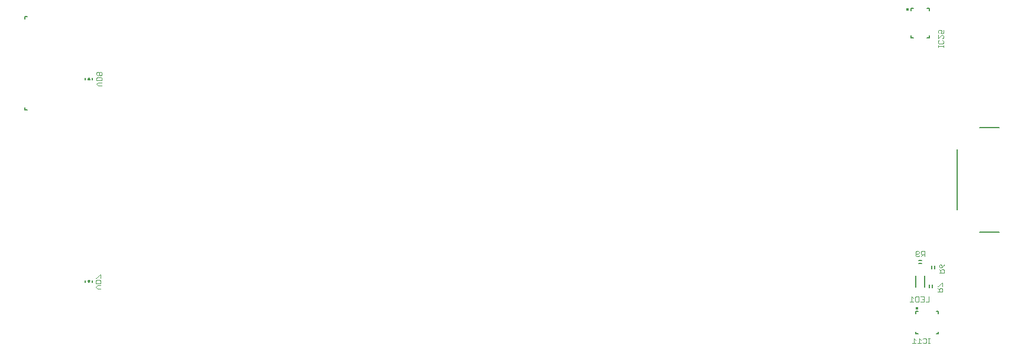
<source format=gbr>
G04 This is an RS-274x file exported by *
G04 gerbv version 2.6.1 *
G04 More information is available about gerbv at *
G04 http://gerbv.geda-project.org/ *
G04 --End of header info--*
%MOIN*%
%FSLAX34Y34*%
%IPPOS*%
G04 --Define apertures--*
%ADD10C,0.0050*%
%ADD11C,0.0030*%
%ADD12C,0.0158*%
G04 --Start main section--*
G54D10*
G01X0008540Y0009505D02*
G01X0008540Y0009605D01*
G01X0008690Y0009605D02*
G01X0008790Y0009605D01*
G01X0008790Y0009605D02*
G01X0008740Y0009505D01*
G01X0008740Y0009505D02*
G01X0008690Y0009605D01*
G01X0008940Y0009605D02*
G01X0008940Y0009505D01*
G01X0005256Y0019240D02*
G01X0005138Y0019240D01*
G01X0005138Y0019240D02*
G01X0005138Y0019358D01*
G01X0008540Y0020922D02*
G01X0008540Y0021022D01*
G01X0008690Y0020922D02*
G01X0008740Y0021022D01*
G01X0008740Y0021022D02*
G01X0008790Y0020922D01*
G01X0008790Y0020922D02*
G01X0008690Y0020922D01*
G01X0008940Y0020922D02*
G01X0008940Y0021022D01*
G01X0005138Y0024358D02*
G01X0005138Y0024476D01*
G01X0005138Y0024476D02*
G01X0005256Y0024476D01*
G01X0055078Y0024830D02*
G01X0055078Y0024948D01*
G01X0055078Y0024948D02*
G01X0055197Y0024948D01*
G01X0055984Y0024948D02*
G01X0056102Y0024948D01*
G01X0056102Y0024948D02*
G01X0056102Y0024830D01*
G01X0056102Y0023413D02*
G01X0056102Y0023295D01*
G01X0056102Y0023295D02*
G01X0055984Y0023295D01*
G01X0055197Y0023295D02*
G01X0055078Y0023295D01*
G01X0055078Y0023295D02*
G01X0055078Y0023413D01*
G01X0058937Y0018236D02*
G01X0060039Y0018236D01*
G01X0060039Y0012330D02*
G01X0058937Y0012330D01*
G01X0057677Y0013590D02*
G01X0057677Y0016976D01*
G01X0055677Y0010726D02*
G01X0055504Y0010726D01*
G01X0055504Y0010549D02*
G01X0055677Y0010549D01*
G01X0056230Y0010429D02*
G01X0056230Y0010256D01*
G01X0056407Y0010256D02*
G01X0056407Y0010429D01*
G01X0055826Y0009870D02*
G01X0055826Y0009240D01*
G01X0056093Y0009193D02*
G01X0056093Y0009366D01*
G01X0056269Y0009366D02*
G01X0056269Y0009193D01*
G01X0055354Y0009240D02*
G01X0055354Y0009870D01*
G01X0055354Y0007842D02*
G01X0055472Y0007842D01*
G01X0055354Y0007842D02*
G01X0055354Y0007724D01*
G01X0056496Y0007842D02*
G01X0056614Y0007842D01*
G01X0056614Y0007842D02*
G01X0056614Y0007724D01*
G01X0056614Y0006700D02*
G01X0056614Y0006582D01*
G01X0056614Y0006582D02*
G01X0056496Y0006582D01*
G01X0055472Y0006582D02*
G01X0055354Y0006582D01*
G01X0055354Y0006582D02*
G01X0055354Y0006700D01*
G54D11*
G01X0009227Y0009133D02*
G01X0009130Y0009229D01*
G01X0009130Y0009229D02*
G01X0009227Y0009326D01*
G01X0009227Y0009326D02*
G01X0009420Y0009326D01*
G01X0009420Y0009427D02*
G01X0009420Y0009572D01*
G01X0009420Y0009572D02*
G01X0009372Y0009621D01*
G01X0009372Y0009621D02*
G01X0009178Y0009621D01*
G01X0009178Y0009621D02*
G01X0009130Y0009572D01*
G01X0009130Y0009572D02*
G01X0009130Y0009427D01*
G01X0009130Y0009427D02*
G01X0009420Y0009427D01*
G01X0009420Y0009722D02*
G01X0009420Y0009915D01*
G01X0009420Y0009915D02*
G01X0009372Y0009915D01*
G01X0009372Y0009915D02*
G01X0009178Y0009722D01*
G01X0009178Y0009722D02*
G01X0009130Y0009722D01*
G01X0009227Y0009133D02*
G01X0009420Y0009133D01*
G01X0009472Y0020580D02*
G01X0009279Y0020580D01*
G01X0009279Y0020580D02*
G01X0009182Y0020676D01*
G01X0009182Y0020676D02*
G01X0009279Y0020773D01*
G01X0009279Y0020773D02*
G01X0009472Y0020773D01*
G01X0009472Y0020874D02*
G01X0009472Y0021019D01*
G01X0009472Y0021019D02*
G01X0009424Y0021068D01*
G01X0009424Y0021068D02*
G01X0009230Y0021068D01*
G01X0009230Y0021068D02*
G01X0009182Y0021019D01*
G01X0009182Y0021019D02*
G01X0009182Y0020874D01*
G01X0009182Y0020874D02*
G01X0009472Y0020874D01*
G01X0009424Y0021169D02*
G01X0009376Y0021169D01*
G01X0009376Y0021169D02*
G01X0009327Y0021217D01*
G01X0009327Y0021217D02*
G01X0009327Y0021314D01*
G01X0009327Y0021314D02*
G01X0009279Y0021362D01*
G01X0009279Y0021362D02*
G01X0009230Y0021362D01*
G01X0009230Y0021362D02*
G01X0009182Y0021314D01*
G01X0009182Y0021314D02*
G01X0009182Y0021217D01*
G01X0009182Y0021217D02*
G01X0009230Y0021169D01*
G01X0009230Y0021169D02*
G01X0009279Y0021169D01*
G01X0009279Y0021169D02*
G01X0009327Y0021217D01*
G01X0009327Y0021314D02*
G01X0009376Y0021362D01*
G01X0009376Y0021362D02*
G01X0009424Y0021362D01*
G01X0009424Y0021362D02*
G01X0009472Y0021314D01*
G01X0009472Y0021314D02*
G01X0009472Y0021217D01*
G01X0009472Y0021217D02*
G01X0009424Y0021169D01*
G01X0055007Y0008384D02*
G01X0055201Y0008384D01*
G01X0055104Y0008384D02*
G01X0055104Y0008674D01*
G01X0055104Y0008674D02*
G01X0055201Y0008577D01*
G01X0055302Y0008626D02*
G01X0055350Y0008674D01*
G01X0055350Y0008674D02*
G01X0055495Y0008674D01*
G01X0055495Y0008674D02*
G01X0055495Y0008384D01*
G01X0055495Y0008384D02*
G01X0055350Y0008384D01*
G01X0055350Y0008384D02*
G01X0055302Y0008432D01*
G01X0055302Y0008432D02*
G01X0055302Y0008626D01*
G01X0055596Y0008674D02*
G01X0055790Y0008674D01*
G01X0055790Y0008674D02*
G01X0055790Y0008384D01*
G01X0055790Y0008384D02*
G01X0055596Y0008384D01*
G01X0055693Y0008529D02*
G01X0055790Y0008529D01*
G01X0055891Y0008384D02*
G01X0056085Y0008384D01*
G01X0056085Y0008384D02*
G01X0056085Y0008674D01*
G01X0056560Y0008955D02*
G01X0056850Y0008955D01*
G01X0056850Y0008955D02*
G01X0056850Y0009100D01*
G01X0056850Y0009100D02*
G01X0056802Y0009148D01*
G01X0056802Y0009148D02*
G01X0056705Y0009148D01*
G01X0056705Y0009148D02*
G01X0056657Y0009100D01*
G01X0056657Y0009100D02*
G01X0056657Y0008955D01*
G01X0056657Y0009052D02*
G01X0056560Y0009148D01*
G01X0056560Y0009250D02*
G01X0056608Y0009250D01*
G01X0056608Y0009250D02*
G01X0056802Y0009443D01*
G01X0056802Y0009443D02*
G01X0056850Y0009443D01*
G01X0056850Y0009443D02*
G01X0056850Y0009250D01*
G01X0056755Y0010018D02*
G01X0056755Y0010163D01*
G01X0056755Y0010163D02*
G01X0056804Y0010211D01*
G01X0056804Y0010211D02*
G01X0056900Y0010211D01*
G01X0056900Y0010211D02*
G01X0056949Y0010163D01*
G01X0056949Y0010163D02*
G01X0056949Y0010018D01*
G01X0056949Y0010018D02*
G01X0056659Y0010018D01*
G01X0056755Y0010115D02*
G01X0056659Y0010211D01*
G01X0056707Y0010313D02*
G01X0056659Y0010361D01*
G01X0056659Y0010361D02*
G01X0056659Y0010458D01*
G01X0056659Y0010458D02*
G01X0056707Y0010506D01*
G01X0056707Y0010506D02*
G01X0056755Y0010506D01*
G01X0056755Y0010506D02*
G01X0056804Y0010458D01*
G01X0056804Y0010458D02*
G01X0056804Y0010313D01*
G01X0056804Y0010313D02*
G01X0056707Y0010313D01*
G01X0056804Y0010313D02*
G01X0056900Y0010409D01*
G01X0056900Y0010409D02*
G01X0056949Y0010506D01*
G01X0055825Y0010952D02*
G01X0055825Y0011243D01*
G01X0055825Y0011243D02*
G01X0055680Y0011243D01*
G01X0055680Y0011243D02*
G01X0055632Y0011194D01*
G01X0055632Y0011194D02*
G01X0055632Y0011098D01*
G01X0055632Y0011098D02*
G01X0055680Y0011049D01*
G01X0055680Y0011049D02*
G01X0055825Y0011049D01*
G01X0055729Y0011049D02*
G01X0055632Y0010952D01*
G01X0055531Y0011001D02*
G01X0055482Y0010952D01*
G01X0055482Y0010952D02*
G01X0055385Y0010952D01*
G01X0055385Y0010952D02*
G01X0055337Y0011001D01*
G01X0055337Y0011001D02*
G01X0055337Y0011194D01*
G01X0055337Y0011194D02*
G01X0055385Y0011243D01*
G01X0055385Y0011243D02*
G01X0055482Y0011243D01*
G01X0055482Y0011243D02*
G01X0055531Y0011194D01*
G01X0055531Y0011194D02*
G01X0055531Y0011146D01*
G01X0055531Y0011146D02*
G01X0055482Y0011098D01*
G01X0055482Y0011098D02*
G01X0055337Y0011098D01*
G01X0055244Y0006336D02*
G01X0055244Y0006046D01*
G01X0055147Y0006046D02*
G01X0055341Y0006046D01*
G01X0055442Y0006046D02*
G01X0055635Y0006046D01*
G01X0055539Y0006046D02*
G01X0055539Y0006336D01*
G01X0055539Y0006336D02*
G01X0055635Y0006240D01*
G01X0055737Y0006288D02*
G01X0055785Y0006336D01*
G01X0055785Y0006336D02*
G01X0055882Y0006336D01*
G01X0055882Y0006336D02*
G01X0055930Y0006288D01*
G01X0055930Y0006288D02*
G01X0055930Y0006095D01*
G01X0055930Y0006095D02*
G01X0055882Y0006046D01*
G01X0055882Y0006046D02*
G01X0055785Y0006046D01*
G01X0055785Y0006046D02*
G01X0055737Y0006095D01*
G01X0056030Y0006046D02*
G01X0056126Y0006046D01*
G01X0056078Y0006046D02*
G01X0056078Y0006336D01*
G01X0056030Y0006336D02*
G01X0056126Y0006336D01*
G01X0055341Y0006240D02*
G01X0055244Y0006336D01*
G01X0056604Y0022761D02*
G01X0056604Y0022858D01*
G01X0056604Y0022809D02*
G01X0056894Y0022809D01*
G01X0056894Y0022858D02*
G01X0056894Y0022761D01*
G01X0056846Y0022957D02*
G01X0056653Y0022957D01*
G01X0056653Y0022957D02*
G01X0056604Y0023006D01*
G01X0056604Y0023006D02*
G01X0056604Y0023103D01*
G01X0056604Y0023103D02*
G01X0056653Y0023151D01*
G01X0056604Y0023252D02*
G01X0056798Y0023446D01*
G01X0056798Y0023446D02*
G01X0056846Y0023446D01*
G01X0056846Y0023446D02*
G01X0056894Y0023397D01*
G01X0056894Y0023397D02*
G01X0056894Y0023300D01*
G01X0056894Y0023300D02*
G01X0056846Y0023252D01*
G01X0056846Y0023151D02*
G01X0056894Y0023103D01*
G01X0056894Y0023103D02*
G01X0056894Y0023006D01*
G01X0056894Y0023006D02*
G01X0056846Y0022957D01*
G01X0056604Y0023252D02*
G01X0056604Y0023446D01*
G01X0056653Y0023547D02*
G01X0056604Y0023595D01*
G01X0056604Y0023595D02*
G01X0056604Y0023692D01*
G01X0056604Y0023692D02*
G01X0056653Y0023740D01*
G01X0056653Y0023740D02*
G01X0056749Y0023740D01*
G01X0056749Y0023740D02*
G01X0056798Y0023692D01*
G01X0056798Y0023692D02*
G01X0056798Y0023644D01*
G01X0056798Y0023644D02*
G01X0056749Y0023547D01*
G01X0056749Y0023547D02*
G01X0056894Y0023547D01*
G01X0056894Y0023547D02*
G01X0056894Y0023740D01*
G54D12*
G01X0054882Y0024889D03*
G01X0055393Y0008039D03*
M02*

</source>
